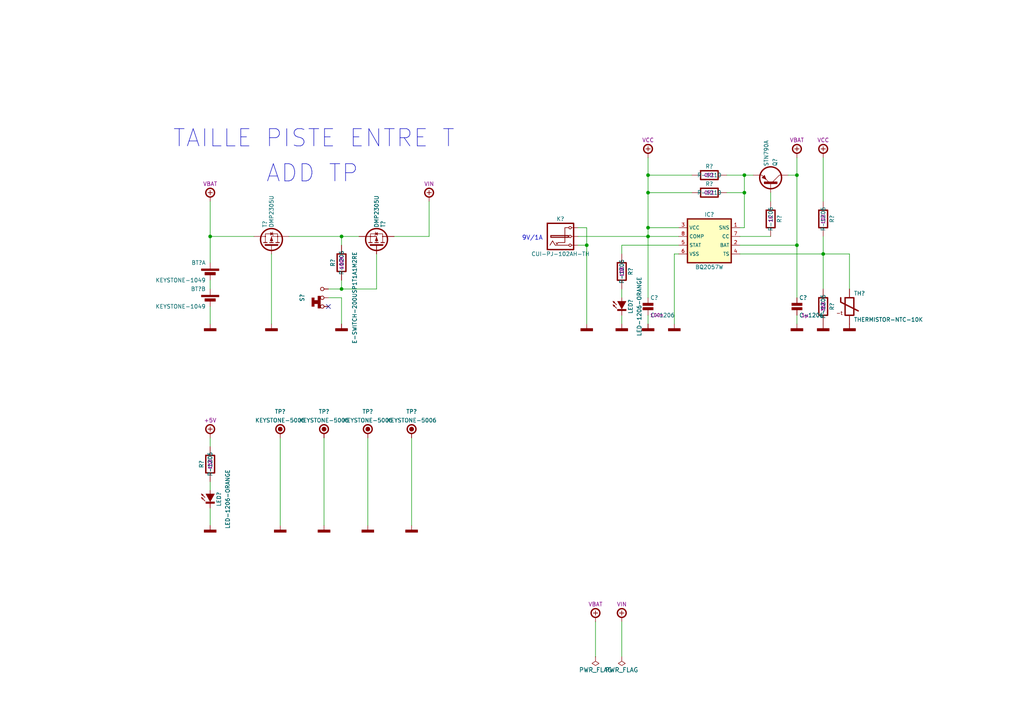
<source format=kicad_sch>
(kicad_sch (version 20211123) (generator eeschema)
  (paper "A4")
  (title_block (title "Power") (date "01/2022") (rev "A") (comment 1 "TCAR Motor Board - L298P"))
  (lib_symbols
    (symbol "power:PWR_FLAG" (power) (pin_numbers hide) (pin_names (offset 0) hide)
      (property "Value" "PWR_FLAG" (at 0 3.81 0))
      (symbol "PWR_FLAG_0_0"
        (pin power_out line (at 0 0 90) (length 0) (name "pwr") (number "1"))
      )
      (symbol "PWR_FLAG_0_1"
        (polyline (pts (xy 0 0) (xy 0 1.27) (xy -1.016 1.905) (xy 0 2.54) (xy 1.016 1.905) (xy 0 1.27)))
      )
    )
    (symbol "tronixio:BQ2057W" (pin_names (offset 0.5))
      (property "Reference" "IC" (at 0 7.62 0))
      (property "Value" "BQ2057W" (at 0 -7.62 0))
      (symbol "BQ2057W_0_1"
        (rectangle (start -6.35 -6.35) (end 6.35 6.35) (stroke (width 0.4)) (fill (type background)))
      )
      (symbol "BQ2057W_1_1"
        (pin input line (at 8.89 3.81 180) (length 2.54) (name "SNS") (number "1"))
        (pin power_out line (at 8.89 -1.27 180) (length 2.54) (name "BAT") (number "2"))
        (pin power_in line (at -8.89 3.81 0) (length 2.54) (name "VCC") (number "3"))
        (pin input line (at 8.89 -3.81 180) (length 2.54) (name "TS") (number "4"))
        (pin open_collector line (at -8.89 -1.27 0) (length 2.54) (name "STAT") (number "5"))
        (pin power_in line (at -8.89 -3.81 0) (length 2.54) (name "VSS") (number "6"))
        (pin output line (at 8.89 1.27 180) (length 2.54) (name "CC") (number "7"))
        (pin input line (at -8.89 1.27 0) (length 2.54) (name "COMP") (number "8"))
      )
    )
    (symbol "tronixio:C-1206" (pin_numbers hide) (pin_names (offset 0) hide)
      (property "Reference" "C" (at 0.635 2.54 0))
      (property "Value" "C-1206" (at 0.635 -2.54 0))
      (symbol "C-1206_0_1"
        (rectangle (start -1.524 -0.254) (end 1.524 -1.016) (stroke (width 0.001)) (fill (type outline)))
        (rectangle (start -1.524 1.016) (end 1.524 0.254) (stroke (width 0.001)) (fill (type outline)))
      )
      (symbol "C-1206_1_1"
        (pin passive line (at 0 2.54 270) (length 1.905) (name "~") (number "1"))
        (pin passive line (at 0 -2.54 90) (length 1.905) (name "~") (number "2"))
      )
    )
    (symbol "tronixio:CUI-PJ-102AH-TH" (pin_numbers hide) (pin_names (offset 0) hide)
      (property "Reference" "K" (at 0 5.08 0))
      (property "Value" "CUI-PJ-102AH-TH" (at 0 -5.08 0))
      (symbol "CUI-PJ-102AH-TH_0_1"
        (rectangle (start -3.81 -3.81) (end 3.81 3.81) (stroke (width 0.4)))
        (rectangle (start -2.794 0.254) (end 2.286 -0.254) (stroke (width 0.3)))
        (polyline (pts (xy -3.048 -2.54) (xy -2.286 -1.27) (xy -1.524 -2.54) (xy 2.286 -2.54)) (stroke (width 0.2)))
        (polyline (pts (xy -1.27 -1.778) (xy -1.016 -2.286) (xy -0.762 -1.778) (xy 1.27 -1.778) (xy 1.27 2.54) (xy 2.286 2.54)) (stroke (width 0.2)))
        (circle (center 2.794 -2.54) (radius 0.3592) (stroke (width 0.2)))
        (circle (center 2.794 0) (radius 0.3592) (stroke (width 0.2)))
        (circle (center 2.794 2.54) (radius 0.3592) (stroke (width 0.2)))
      )
      (symbol "CUI-PJ-102AH-TH_1_1"
        (pin passive line (at 5.08 0 180) (length 1.905) (name "~") (number "1"))
        (pin passive line (at 5.08 -2.54 180) (length 1.905) (name "~") (number "2"))
        (pin passive line (at 5.08 2.54 180) (length 1.905) (name "~") (number "3"))
      )
    )
    (symbol "tronixio:DMP2305U" (pin_numbers hide) (pin_names (offset 0) hide)
      (property "Reference" "T" (at 5.08 1.905 0))
      (property "Value" "DMP2305U" (at 5.08 0 0))
      (symbol "DMP2305U_0_1"
        (rectangle (start -0.127 -1.905) (end 0.254 1.905) (stroke (width 0.001)) (fill (type outline)))
        (polyline (pts (xy 0.762 -1.27) (xy 0.762 -2.286)) (stroke (width 0.254)))
        (polyline (pts (xy 0.762 0) (xy 2.54 0)) (stroke (width 0.15)))
        (polyline (pts (xy 0.762 0.508) (xy 0.762 -0.508)) (stroke (width 0.254)))
        (polyline (pts (xy 0.762 2.286) (xy 0.762 1.27)) (stroke (width 0.254)))
        (polyline (pts (xy 0.762 1.778) (xy 3.302 1.778) (xy 3.302 -1.778) (xy 0.762 -1.778)))
        (polyline (pts (xy 2.286 0) (xy 1.27 0.381) (xy 1.27 -0.381) (xy 2.286 0)) (fill (type outline)))
        (polyline (pts (xy 2.794 -0.508) (xy 2.921 -0.381) (xy 3.683 -0.381) (xy 3.81 -0.254)))
        (polyline (pts (xy 3.302 -0.381) (xy 2.921 0.254) (xy 3.683 0.254) (xy 3.302 -0.381)) (fill (type outline)))
        (circle (center 1.651 0) (radius 3.175) (stroke (width 0.4)))
        (circle (center 2.54 -1.778) (radius 0.127) (stroke (width 0.12)))
        (circle (center 2.54 1.778) (radius 0.127) (stroke (width 0.12)))
      )
      (symbol "DMP2305U_1_1"
        (pin passive line (at 2.54 5.08 270) (length 3.3) (name "D") (number "1"))
        (pin input line (at -2.54 0 0) (length 2.54) (name "G") (number "2"))
        (pin passive line (at 2.54 -5.08 90) (length 5.08) (name "S") (number "3"))
      )
    )
    (symbol "tronixio:E-SWITCH-200USP1T1A1M2RE" (pin_numbers hide) (pin_names (offset 0) hide)
      (property "Reference" "S" (at 0 7.62 0))
      (property "Value" "E-SWITCH-200USP1T1A1M2RE" (at 0 -7.62 0))
      (symbol "E-SWITCH-200USP1T1A1M2RE_0_1"
        (rectangle (start -3.048 3.048) (end 0.508 2.286) (stroke (width 0.001)) (fill (type outline)))
        (circle (center -2.54 1.778) (radius 0.508) (stroke (width 0.2)))
        (rectangle (start -2.54 4.826) (end 0 4.064) (stroke (width 0.001)) (fill (type outline)))
        (rectangle (start -1.778 3.048) (end -0.762 4.064) (stroke (width 0.001)) (fill (type outline)))
        (circle (center 0 1.778) (radius 0.508) (stroke (width 0.2)))
        (circle (center 2.54 1.778) (radius 0.508) (stroke (width 0.2)))
        (pin passive line (at -2.54 0 90) (length 1.27) (name "1") (number "1"))
        (pin passive line (at 0 0 90) (length 1.27) (name "2") (number "2"))
        (pin passive line (at 2.54 0 90) (length 1.27) (name "3") (number "3"))
      )
    )
    (symbol "tronixio:KEYSTONE-1049" (pin_numbers hide) (pin_names (offset 0) hide)
      (property "Reference" "BT" (at -1.27 2.54 0))
      (property "Value" "KEYSTONE-1049" (at -1.27 -2.54 0))
      (symbol "KEYSTONE-1049_0_1"
        (rectangle (start -2.54 0.762) (end 2.54 0.254) (fill (type outline)))
        (rectangle (start -1.524 -0.254) (end 1.524 -1.016) (fill (type outline)))
      )
      (symbol "KEYSTONE-1049_1_1"
        (pin passive line (at 0 -2.54 90) (length 1.905) (name "-") (number "1"))
        (pin passive line (at 0 2.54 270) (length 1.905) (name "+") (number "2"))
      )
      (symbol "KEYSTONE-1049_2_1"
        (pin passive line (at 0 -2.54 90) (length 1.905) (name "-") (number "3"))
        (pin passive line (at 0 2.54 270) (length 1.905) (name "+") (number "4"))
      )
    )
    (symbol "tronixio:KEYSTONE-5006" (pin_numbers hide) (pin_names (offset 0) hide)
      (property "Reference" "TP" (at 0 7.62 0))
      (property "Value" "KEYSTONE-5006" (at 0 5.08 0))
      (symbol "KEYSTONE-5006_0_1"
        (circle (center 0 2.54) (radius 0.635) (stroke (width 0.001)) (fill (type outline)))
        (circle (center 0 2.54) (radius 1.27) (stroke (width 0.4)))
      )
      (symbol "KEYSTONE-5006_1_1"
        (pin passive line (at 0 0 90) (length 1.27) (name "1") (number "1"))
      )
    )
    (symbol "tronixio:LED-1206-ORANGE" (pin_numbers hide) (pin_names (offset 0) hide)
      (property "Reference" "LED" (at 0 -2.54 0))
      (property "Value" "LED-1206-ORANGE" (at 0 -5.08 0))
      (symbol "LED-1206-ORANGE_0_1"
        (rectangle (start -1.27 1.27) (end -0.762 -1.27) (stroke (width 0.001)) (fill (type outline)))
        (polyline (pts (xy 1.524 -1.27) (xy 1.524 1.27) (xy -0.762 0) (xy 1.524 -1.27)) (stroke (width 0.001)) (fill (type outline)))
        (polyline (pts (xy -0.508 1.524) (xy 0.508 2.54) (xy 0.254 2.032) (xy 0 2.286) (xy 0.508 2.54)) (stroke (width 0.2)))
        (polyline (pts (xy 0.508 1.524) (xy 1.524 2.54) (xy 1.27 2.032) (xy 1.016 2.286) (xy 1.524 2.54)) (stroke (width 0.2)))
      )
      (symbol "LED-1206-ORANGE_1_1"
        (pin passive line (at -2.54 0 0) (length 1.27) (name "K") (number "1"))
        (pin passive line (at 2.54 0 180) (length 1.27) (name "A") (number "2"))
      )
    )
    (symbol "tronixio:POWER-+5V" (power) (pin_numbers hide) (pin_names (offset 0) hide)
      (property "Name" "+5V" (at 0 5.08 0))
      (symbol "POWER-+5V_0_1"
        (polyline (pts (xy -0.635 2.54) (xy 0.635 2.54)) (stroke (width 0.2)))
        (polyline (pts (xy 0 1.905) (xy 0 3.175)) (stroke (width 0.2)))
        (circle (center 0 2.54) (radius 1.27) (stroke (width 0.4)))
      )
      (symbol "POWER-+5V_1_1"
        (pin power_in line (at 0 0 90) (length 1.27) (name "+5V") (number "1"))
      )
    )
    (symbol "tronixio:POWER-GND" (power) (pin_numbers hide) (pin_names (offset 0) hide)
      (symbol "POWER-GND_0_1"
        (rectangle (start -1.778 -2.032) (end 1.778 -1.27) (stroke (width 0.001)) (fill (type outline)))
      )
      (symbol "POWER-GND_1_1"
        (pin power_in line (at 0 0 270) (length 1.27) (name "GND") (number "1"))
      )
    )
    (symbol "tronixio:POWER-VBAT" (power) (pin_numbers hide) (pin_names (offset 0) hide)
      (property "Name" "VBAT" (at 0 5.08 0))
      (symbol "POWER-VBAT_0_1"
        (polyline (pts (xy -0.635 2.54) (xy 0.635 2.54)) (stroke (width 0.2)))
        (polyline (pts (xy 0 1.905) (xy 0 3.175)) (stroke (width 0.2)))
        (circle (center 0 2.54) (radius 1.27) (stroke (width 0.4)))
      )
      (symbol "POWER-VBAT_1_1"
        (pin power_in line (at 0 0 90) (length 1.27) (name "VBAT") (number "1"))
      )
    )
    (symbol "tronixio:POWER-VCC" (power) (pin_numbers hide) (pin_names (offset 0) hide)
      (property "Name" "VCC" (at 0 5.08 0))
      (symbol "POWER-VCC_0_1"
        (polyline (pts (xy -0.635 2.54) (xy 0.635 2.54)) (stroke (width 0.2)))
        (polyline (pts (xy 0 1.905) (xy 0 3.175)) (stroke (width 0.2)))
        (circle (center 0 2.54) (radius 1.27) (stroke (width 0.4)))
      )
      (symbol "POWER-VCC_1_1"
        (pin power_in line (at 0 0 90) (length 1.27) (name "VCC") (number "1"))
      )
    )
    (symbol "tronixio:POWER-VIN" (power) (pin_numbers hide) (pin_names (offset 0) hide)
      (property "Name" "VIN" (at 0 5.08 0))
      (symbol "POWER-VIN_0_1"
        (polyline (pts (xy -0.635 2.54) (xy 0.635 2.54)) (stroke (width 0.2)))
        (polyline (pts (xy 0 1.905) (xy 0 3.175)) (stroke (width 0.2)))
        (circle (center 0 2.54) (radius 1.27) (stroke (width 0.4)))
      )
      (symbol "POWER-VIN_1_1"
        (pin power_in line (at 0 0 90) (length 1.27) (name "VIN") (number "1"))
      )
    )
    (symbol "tronixio:R-1206" (pin_numbers hide) (pin_names (offset 0) hide)
      (property "Reference" "R" (at 2.54 0 90))
      (property "Value" "R-1206" (at 0 0 90))
      (symbol "R-1206_0_1"
        (rectangle (start -1.27 -2.54) (end 1.27 2.54) (stroke (width 0.4)))
      )
      (symbol "R-1206_1_1"
        (pin passive line (at 0 5.08 270) (length 2.54) (name "~") (number "1"))
        (pin passive line (at 0 -5.08 90) (length 2.54) (name "~") (number "2"))
      )
    )
    (symbol "tronixio:R-1210" (pin_numbers hide) (pin_names (offset 0) hide)
      (property "Reference" "R" (at 2.54 0 90))
      (property "Value" "R-1210" (at 0 0 90))
      (symbol "R-1210_0_1"
        (rectangle (start -1.27 -2.54) (end 1.27 2.54) (stroke (width 0.4)))
      )
      (symbol "R-1210_1_1"
        (pin passive line (at 0 5.08 270) (length 2.54) (name "~") (number "1"))
        (pin passive line (at 0 -5.08 90) (length 2.54) (name "~") (number "2"))
      )
    )
    (symbol "tronixio:STN790A" (pin_numbers hide) (pin_names (offset 0) hide)
      (property "Reference" "Q" (at 5.08 1.27 0))
      (property "Value" "STN790A" (at 5.08 -1.27 0))
      (symbol "STN790A_0_1"
        (polyline (pts (xy 0.635 0.635) (xy 2.54 2.54)))
        (polyline (pts (xy 0.635 -0.635) (xy 2.54 -2.54) (xy 2.54 -2.54)))
        (polyline (pts (xy 1.27 -1.27) (xy 2.54 -1.778) (xy 1.778 -2.54) (xy 1.27 -1.27)) (stroke (width 0.001)) (fill (type outline)))
        (rectangle (start 0 1.905) (end 0.635 -1.905) (stroke (width 0.1)) (fill (type outline)))
        (circle (center 1.778 0) (radius 3.175) (stroke (width 0.4)))
      )
      (symbol "STN790A_1_1"
        (pin input line (at -2.54 0 0) (length 2.54) (name "B") (number "1"))
        (pin passive line (at 2.54 5.08 270) (length 2.54) (name "C") (number "2"))
        (pin passive line (at 2.54 -5.08 90) (length 2.54) (name "E") (number "3"))
      )
    )
    (symbol "tronixio:THERMISTOR-NTC-10K" (pin_numbers hide) (pin_names (offset 0) hide)
      (property "Reference" "TH" (at 1.27 3.81 0))
      (property "Value" "THERMISTOR-NTC-10K" (at 1.27 -3.81 0))
      (symbol "THERMISTOR-NTC-10K_0_0"
        (text "-t" (at -1.905 -1.905 0) (effects (font (size 1 1)) (justify right)))
      )
      (symbol "THERMISTOR-NTC-10K_0_1"
        (rectangle (start -1.27 -2.54) (end 1.27 2.54) (stroke (width 0.4)))
        (polyline (pts (xy -2.54 2.54) (xy -2.54 1.27) (xy 2.54 -1.27)) (stroke (width 0.4)))
      )
      (symbol "THERMISTOR-NTC-10K_1_1"
        (pin passive line (at 0 5.08 270) (length 2.54) (name "~") (number "1"))
        (pin passive line (at 0 -5.08 90) (length 2.54) (name "~") (number "2"))
      )
    )
  )
  (junction (at 231.14 71.12) (diameter 0.9144))
  (junction (at 187.96 50.8) (diameter 0.9144))
  (junction (at 99.06 68.58) (diameter 0.9144))
  (junction (at 187.96 68.58) (diameter 0.9144))
  (junction (at 238.76 73.66) (diameter 0.9144))
  (junction (at 187.96 66.04) (diameter 0.9144))
  (junction (at 60.96 68.58) (diameter 0.9144))
  (junction (at 215.9 55.88) (diameter 0.9144))
  (junction (at 99.06 83.82) (diameter 0.9144))
  (junction (at 231.14 50.8) (diameter 0.9144))
  (junction (at 170.18 71.12) (diameter 0.9144))
  (junction (at 187.96 55.88) (diameter 0.9144))
  (junction (at 215.9 50.8) (diameter 0.9144))
  (no_connect (at 95.25 88.9))
  (wire (pts (xy 214.63 68.58) (xy 223.52 68.58)))
  (wire (pts (xy 196.85 71.12) (xy 180.34 71.12)))
  (wire (pts (xy 114.3 68.58) (xy 124.46 68.58)))
  (wire (pts (xy 99.06 81.28) (xy 99.06 83.82)))
  (wire (pts (xy 81.28 127) (xy 81.28 152.4)))
  (wire (pts (xy 195.58 73.66) (xy 195.58 93.98)))
  (wire (pts (xy 196.85 66.04) (xy 187.96 66.04)))
  (wire (pts (xy 231.14 71.12) (xy 231.14 86.36)))
  (wire (pts (xy 231.14 91.44) (xy 231.14 93.98)))
  (wire (pts (xy 106.68 127) (xy 106.68 152.4)))
  (wire (pts (xy 167.64 66.04) (xy 170.18 66.04)))
  (wire (pts (xy 214.63 71.12) (xy 231.14 71.12)))
  (wire (pts (xy 124.46 58.42) (xy 124.46 68.58)))
  (wire (pts (xy 187.96 50.8) (xy 187.96 55.88)))
  (wire (pts (xy 180.34 71.12) (xy 180.34 73.66)))
  (wire (pts (xy 60.96 88.9) (xy 60.96 93.98)))
  (wire (pts (xy 60.96 68.58) (xy 73.66 68.58)))
  (wire (pts (xy 78.74 73.66) (xy 78.74 93.98)))
  (wire (pts (xy 196.85 73.66) (xy 195.58 73.66)))
  (wire (pts (xy 170.18 66.04) (xy 170.18 71.12)))
  (wire (pts (xy 170.18 71.12) (xy 170.18 93.98)))
  (wire (pts (xy 187.96 55.88) (xy 187.96 66.04)))
  (wire (pts (xy 60.96 127) (xy 60.96 129.54)))
  (wire (pts (xy 223.52 55.88) (xy 223.52 58.42)))
  (wire (pts (xy 60.96 139.7) (xy 60.96 142.24)))
  (wire (pts (xy 210.82 55.88) (xy 215.9 55.88)))
  (wire (pts (xy 187.96 91.44) (xy 187.96 93.98)))
  (wire (pts (xy 83.82 68.58) (xy 99.06 68.58)))
  (wire (pts (xy 99.06 68.58) (xy 104.14 68.58)))
  (wire (pts (xy 60.96 58.42) (xy 60.96 68.58)))
  (wire (pts (xy 215.9 55.88) (xy 215.9 66.04)))
  (wire (pts (xy 238.76 73.66) (xy 238.76 83.82)))
  (wire (pts (xy 119.38 127) (xy 119.38 152.4)))
  (wire (pts (xy 238.76 73.66) (xy 246.38 73.66)))
  (wire (pts (xy 187.96 68.58) (xy 187.96 86.36)))
  (wire (pts (xy 60.96 147.32) (xy 60.96 152.4)))
  (wire (pts (xy 187.96 66.04) (xy 187.96 68.58)))
  (wire (pts (xy 99.06 68.58) (xy 99.06 71.12)))
  (wire (pts (xy 167.64 71.12) (xy 170.18 71.12)))
  (wire (pts (xy 95.25 83.82) (xy 99.06 83.82)))
  (wire (pts (xy 99.06 83.82) (xy 109.22 83.82)))
  (wire (pts (xy 187.96 68.58) (xy 196.85 68.58)))
  (wire (pts (xy 95.25 86.36) (xy 99.06 86.36)))
  (wire (pts (xy 99.06 86.36) (xy 99.06 93.98)))
  (wire (pts (xy 93.98 127) (xy 93.98 152.4)))
  (wire (pts (xy 187.96 50.8) (xy 200.66 50.8)))
  (wire (pts (xy 228.6 50.8) (xy 231.14 50.8)))
  (wire (pts (xy 60.96 68.58) (xy 60.96 76.2)))
  (wire (pts (xy 215.9 50.8) (xy 218.44 50.8)))
  (wire (pts (xy 180.34 91.44) (xy 180.34 93.98)))
  (wire (pts (xy 180.34 83.82) (xy 180.34 86.36)))
  (wire (pts (xy 231.14 45.72) (xy 231.14 50.8)))
  (wire (pts (xy 238.76 68.58) (xy 238.76 73.66)))
  (wire (pts (xy 60.96 81.28) (xy 60.96 83.82)))
  (wire (pts (xy 187.96 55.88) (xy 200.66 55.88)))
  (wire (pts (xy 167.64 68.58) (xy 187.96 68.58)))
  (wire (pts (xy 172.72 180.34) (xy 172.72 190.5)))
  (wire (pts (xy 214.63 73.66) (xy 238.76 73.66)))
  (wire (pts (xy 214.63 66.04) (xy 215.9 66.04)))
  (wire (pts (xy 187.96 45.72) (xy 187.96 50.8)))
  (wire (pts (xy 231.14 50.8) (xy 231.14 71.12)))
  (wire (pts (xy 246.38 83.82) (xy 246.38 73.66)))
  (wire (pts (xy 109.22 73.66) (xy 109.22 83.82)))
  (wire (pts (xy 238.76 45.72) (xy 238.76 58.42)))
  (wire (pts (xy 215.9 55.88) (xy 215.9 50.8)))
  (wire (pts (xy 180.34 180.34) (xy 180.34 190.5)))
  (wire (pts (xy 210.82 50.8) (xy 215.9 50.8)))
  (text "9V/1A" (at 157.48 69.85 180) (effects (font (size 1.27 1.27)) (justify right bottom)))
  (text "TAILLE PISTE ENTRE T\n" (at 132.08 43.18 180) (effects (font (size 5 5)) (justify right bottom)))
  (text "ADD TP" (at 104.14 53.34 180) (effects (font (size 5 5)) (justify right bottom)))
  (symbol (lib_id "tronixio:POWER-GND") (at 60.96 152.4 0) (unit 1)
    (property "Reference" "#PWR?" (effects hide))
    (property "Value" "POWER-GND" (effects hide))
  )
  (symbol (lib_id "tronixio:STN790A") (at 223.52 53.34 270) (mirror x) (unit 1)
    (property "Reference" "Q?" (at 224.79 48.26 0) (effects (font (size 1.15 1.15)) (justify left)))
    (property "Value" "STN790A" (at 222.25 48.26 0) (effects (font (size 1.15 1.15)) (justify left)))
    (property "Footprint" "tronixio:SOT-223-3" (effects hide))
    (property "Datasheet" "https://www.st.com/content/st_com/en/products/power-transistors/power-bipolar/lt-500v-transistors/stn790a.html" (effects hide))
    (property "MOUSER" "511-STN790A" (effects hide))
  )
  (symbol (lib_id "tronixio:KEYSTONE-5006") (at 93.98 127 0) (unit 1)
    (property "Reference" "TP?" (at 93.98 119.38 0) (effects (font (size 1.15 1.15))))
    (property "Value" "KEYSTONE-5006" (at 93.98 121.92 0) (effects (font (size 1.15 1.15))))
    (property "Footprint" "tronixio:KEYSTONE-5006" (effects hide))
    (property "Datasheet" "https://www.keyelco.com/product.cfm/product_id/1315" (effects hide))
    (property "MOUSER" "534-5006" (effects hide))
  )
  (symbol (lib_id "power:PWR_FLAG") (at 172.72 190.5 180) (unit 1)
    (property "Reference" "#FLG?" (effects hide))
    (property "Value" "PWR_FLAG" (at 172.72 194.31 0))
  )
  (symbol (lib_id "tronixio:C-1206") (at 187.96 88.9 0) (unit 1)
    (property "Reference" "C?" (at 188.595 86.36 0) (effects (font (size 1.15 1.15)) (justify left)))
    (property "Value" "C-1206" (at 188.595 91.44 0) (effects (font (size 1.15 1.15)) (justify left)))
    (property "Footprint" "tronixio:CAPACITOR-1206" (effects hide))
    (property "Name" "100n" (at 190.5 91.44 0) (effects (font (size 1 1))))
  )
  (symbol (lib_id "tronixio:BQ2057W") (at 205.74 69.85 0) (unit 1)
    (property "Reference" "IC?" (at 205.74 62.23 0) (effects (font (size 1.15 1.15))))
    (property "Value" "BQ2057W" (at 205.74 77.47 0) (effects (font (size 1.15 1.15))))
    (property "Footprint" "tronixio:SOIC-08" (effects hide))
    (property "Datasheet" "https://www.ti.com/product/BQ2057W" (effects hide))
    (property "MOUSER" "595-BQ2057WSN" (effects hide))
  )
  (symbol (lib_id "tronixio:R-1210") (at 205.74 50.8 90) (unit 1)
    (property "Reference" "R?" (at 205.74 48.26 90) (effects (font (size 1.15 1.15))))
    (property "Value" "R-1210" (at 205.74 50.8 90) (effects (font (size 1.15 1.15))))
    (property "Footprint" "tronixio:RESISTOR-1210" (effects hide))
    (property "Name" "0R1" (at 205.74 50.8 90) (effects (font (size 1 1))))
  )
  (symbol (lib_id "tronixio:THERMISTOR-NTC-10K") (at 246.38 88.9 0) (unit 1)
    (property "Reference" "TH?" (at 247.65 85.09 0) (effects (font (size 1.15 1.15)) (justify left)))
    (property "Value" "THERMISTOR-NTC-10K" (at 247.65 92.71 0) (effects (font (size 1.15 1.15)) (justify left)))
    (property "Footprint" "tronixio:THERMISTOR" (effects hide))
    (property "Datasheet" "http://www.vishay.com/product?docid=29154" (effects hide))
    (property "MOUSER" "594-NTCLE213E3103FL" (effects hide))
  )
  (symbol (lib_id "tronixio:R-1206") (at 223.52 63.5 0) (unit 1)
    (property "Reference" "R?" (at 226.06 63.5 90) (effects (font (size 1.15 1.15))))
    (property "Value" "R-1206" (at 223.52 63.5 90) (effects (font (size 1.15 1.15))))
    (property "Footprint" "tronixio:RESISTOR-1206" (effects hide))
    (property "Name" "1K" (at 223.52 63.5 90) (effects (font (size 1 1))))
  )
  (symbol (lib_id "tronixio:DMP2305U") (at 78.74 71.12 90) (unit 1)
    (property "Reference" "T?" (at 76.835 66.04 0) (effects (font (size 1.15 1.15)) (justify left)))
    (property "Value" "DMP2305U" (at 78.74 66.04 0) (effects (font (size 1.15 1.15)) (justify left)))
    (property "Footprint" "tronixio:SOT-23-3" (effects hide))
    (property "Datasheet" "https://www.diodes.com/part/view/DMP2305U" (effects hide))
    (property "MOUSER" "621-DMP2305U-7" (effects hide))
  )
  (symbol (lib_id "tronixio:POWER-GND") (at 106.68 152.4 0) (unit 1)
    (property "Reference" "#PWR?" (effects hide))
    (property "Value" "POWER-GND" (effects hide))
  )
  (symbol (lib_id "tronixio:R-1206") (at 99.06 76.2 180) (unit 1)
    (property "Reference" "R?" (at 96.52 76.2 90) (effects (font (size 1.15 1.15))))
    (property "Value" "R-1206" (at 99.06 76.2 90) (effects (font (size 1.15 1.15))))
    (property "Footprint" "tronixio:RESISTOR-1206" (effects hide))
    (property "Name" "100K" (at 99.06 76.2 90) (effects (font (size 1 1))))
  )
  (symbol (lib_id "tronixio:POWER-GND") (at 119.38 152.4 0) (unit 1)
    (property "Reference" "#PWR?" (effects hide))
    (property "Value" "POWER-GND" (effects hide))
  )
  (symbol (lib_id "tronixio:POWER-GND") (at 187.96 93.98 0) (unit 1)
    (property "Reference" "#PWR?" (effects hide))
    (property "Value" "POWER-GND" (effects hide))
  )
  (symbol (lib_id "tronixio:R-1210") (at 205.74 55.88 90) (unit 1)
    (property "Reference" "R?" (at 205.74 53.34 90) (effects (font (size 1.15 1.15))))
    (property "Value" "R-1210" (at 205.74 55.88 90) (effects (font (size 1.15 1.15))))
    (property "Footprint" "tronixio:RESISTOR-1210" (effects hide))
    (property "Name" "0R1" (at 205.74 55.88 90) (effects (font (size 1 1))))
  )
  (symbol (lib_id "tronixio:POWER-VBAT") (at 172.72 180.34 0) (unit 1)
    (property "Reference" "#PWR?" (effects hide))
    (property "Value" "POWER-VBAT" (effects hide))
    (property "Name" "VBAT" (at 172.72 175.26 0) (effects (font (size 1.15 1.15))))
  )
  (symbol (lib_id "power:PWR_FLAG") (at 180.34 190.5 180) (unit 1)
    (property "Reference" "#FLG?" (effects hide))
    (property "Value" "PWR_FLAG" (at 180.34 194.31 0))
  )
  (symbol (lib_id "tronixio:POWER-VCC") (at 238.76 45.72 0) (unit 1)
    (property "Reference" "#PWR?" (effects hide))
    (property "Value" "POWER-VCC" (effects hide))
    (property "Name" "VCC" (at 238.76 40.64 0) (effects (font (size 1.15 1.15))))
  )
  (symbol (lib_id "tronixio:CUI-PJ-102AH-TH") (at 162.56 68.58 0) (unit 1)
    (property "Reference" "K?" (at 162.56 63.5 0) (effects (font (size 1.15 1.15))))
    (property "Value" "CUI-PJ-102AH-TH" (at 162.56 73.66 0) (effects (font (size 1.15 1.15))))
    (property "Footprint" "tronixio:CUI-PJ-102AH" (effects hide))
    (property "Datasheet" "https://www.cuidevices.com/product/interconnect/connectors/dc-power-connectors/jacks/pj-102ah" (effects hide))
    (property "MOUSER" "490-PJ-102AH" (effects hide))
  )
  (symbol (lib_id "tronixio:E-SWITCH-200USP1T1A1M2RE") (at 95.25 86.36 90) (unit 1)
    (property "Reference" "S?" (at 87.63 86.36 0) (effects (font (size 1.15 1.15))))
    (property "Value" "E-SWITCH-200USP1T1A1M2RE" (at 102.87 86.36 0) (effects (font (size 1.15 1.15))))
    (property "Footprint" "tronixio:E-SWITCH-200USPXT1A1M2RE" (effects hide))
    (property "Datasheet" "http://spec_sheets.e-switch.com/specs/T250000.pdf" (effects hide))
    (property "MOUSER" "612-200USP1T1A1M2RE" (effects hide))
  )
  (symbol (lib_id "tronixio:R-1206") (at 238.76 63.5 0) (unit 1)
    (property "Reference" "R?" (at 241.3 63.5 90) (effects (font (size 1.15 1.15))))
    (property "Value" "R-1206" (at 238.76 63.5 90) (effects (font (size 1.15 1.15))))
    (property "Footprint" "tronixio:RESISTOR-1206" (effects hide))
    (property "Name" "10K" (at 238.76 63.5 90) (effects (font (size 1 1))))
  )
  (symbol (lib_id "tronixio:POWER-+5V") (at 60.96 127 0) (unit 1)
    (property "Reference" "#PWR?" (effects hide))
    (property "Value" "POWER-+5V" (effects hide))
    (property "Name" "+5V" (at 60.96 121.92 0) (effects (font (size 1.15 1.15))))
  )
  (symbol (lib_id "tronixio:R-1206") (at 60.96 134.62 180) (unit 1)
    (property "Reference" "R?" (at 58.42 134.62 90) (effects (font (size 1.15 1.15))))
    (property "Value" "R-1206" (at 60.96 134.62 90) (effects (font (size 1.15 1.15))))
    (property "Footprint" "tronixio:RESISTOR-1206" (effects hide))
    (property "Name" "15K" (at 60.96 134.62 90) (effects (font (size 1 1))))
  )
  (symbol (lib_id "tronixio:POWER-GND") (at 170.18 93.98 0) (unit 1)
    (property "Reference" "#PWR?" (effects hide))
    (property "Value" "POWER-GND" (effects hide))
  )
  (symbol (lib_id "tronixio:POWER-GND") (at 99.06 93.98 0) (unit 1)
    (property "Reference" "#PWR?" (effects hide))
    (property "Value" "POWER-GND" (effects hide))
  )
  (symbol (lib_id "tronixio:POWER-VBAT") (at 231.14 45.72 0) (unit 1)
    (property "Reference" "#PWR?" (effects hide))
    (property "Value" "POWER-VBAT" (effects hide))
    (property "Name" "VBAT" (at 231.14 40.64 0) (effects (font (size 1.15 1.15))))
  )
  (symbol (lib_id "tronixio:POWER-VBAT") (at 60.96 58.42 0) (unit 1)
    (property "Reference" "#PWR?" (effects hide))
    (property "Value" "POWER-VBAT" (effects hide))
    (property "Name" "VBAT" (at 60.96 53.34 0) (effects (font (size 1.15 1.15))))
  )
  (symbol (lib_id "tronixio:POWER-GND") (at 195.58 93.98 0) (unit 1)
    (property "Reference" "#PWR?" (effects hide))
    (property "Value" "POWER-GND" (effects hide))
  )
  (symbol (lib_id "tronixio:POWER-VCC") (at 187.96 45.72 0) (unit 1)
    (property "Reference" "#PWR?" (effects hide))
    (property "Value" "POWER-VCC" (effects hide))
    (property "Name" "VCC" (at 187.96 40.64 0) (effects (font (size 1.15 1.15))))
  )
  (symbol (lib_id "tronixio:C-1206") (at 231.14 88.9 0) (unit 1)
    (property "Reference" "C?" (at 231.775 86.36 0) (effects (font (size 1.15 1.15)) (justify left)))
    (property "Value" "C-1206" (at 231.775 91.44 0) (effects (font (size 1.15 1.15)) (justify left)))
    (property "Footprint" "tronixio:CAPACITOR-1206" (effects hide))
    (property "Name" "1µ" (at 232.41 91.44 0) (effects (font (size 1 1)) (justify left)))
  )
  (symbol (lib_id "tronixio:KEYSTONE-1049") (at 60.96 86.36 0) (unit 2)
    (property "Reference" "BT?" (at 59.69 83.82 0) (effects (font (size 1.15 1.15)) (justify right)))
    (property "Value" "KEYSTONE-1049" (at 59.69 88.9 0) (effects (font (size 1.15 1.15)) (justify right)))
    (property "Footprint" "tronixio:KEYSTONE-1049" (effects hide))
    (property "Datasheet" "http://www.keyelco.com/product.cfm/product_id/921" (effects hide))
    (property "MOUSER" "534-1049" (effects hide))
  )
  (symbol (lib_id "tronixio:POWER-GND") (at 246.38 93.98 0) (unit 1)
    (property "Reference" "#PWR?" (effects hide))
    (property "Value" "POWER-GND" (effects hide))
  )
  (symbol (lib_id "tronixio:LED-1206-ORANGE") (at 180.34 88.9 90) (unit 1)
    (property "Reference" "LED?" (at 182.88 88.9 0) (effects (font (size 1.15 1.15))))
    (property "Value" "LED-1206-ORANGE" (at 185.42 88.9 0) (effects (font (size 1.15 1.15))))
    (property "Footprint" "tronixio:LED-1206" (effects hide))
    (property "Datasheet" "http://www.kingbrightusa.com/images/catalog/SPEC/APT3216LSECK-J4-PRV.pdf" (effects hide))
    (property "MOUSER" "604-APT3216LSECKJ4RV" (effects hide))
  )
  (symbol (lib_id "tronixio:POWER-GND") (at 238.76 93.98 0) (unit 1)
    (property "Reference" "#PWR?" (effects hide))
    (property "Value" "POWER-GND" (effects hide))
  )
  (symbol (lib_id "tronixio:KEYSTONE-1049") (at 60.96 78.74 0) (unit 1)
    (property "Reference" "BT?" (at 59.69 76.2 0) (effects (font (size 1.15 1.15)) (justify right)))
    (property "Value" "KEYSTONE-1049" (at 59.69 81.28 0) (effects (font (size 1.15 1.15)) (justify right)))
    (property "Footprint" "tronixio:KEYSTONE-1049" (effects hide))
    (property "Datasheet" "http://www.keyelco.com/product.cfm/product_id/921" (effects hide))
    (property "MOUSER" "534-1049" (effects hide))
  )
  (symbol (lib_id "tronixio:DMP2305U") (at 109.22 71.12 270) (mirror x) (unit 1)
    (property "Reference" "T?" (at 111.125 66.04 0) (effects (font (size 1.15 1.15)) (justify left)))
    (property "Value" "DMP2305U" (at 109.22 66.04 0) (effects (font (size 1.15 1.15)) (justify left)))
    (property "Footprint" "tronixio:SOT-23-3" (effects hide))
    (property "Datasheet" "https://www.diodes.com/part/view/DMP2305U" (effects hide))
    (property "MOUSER" "621-DMP2305U-7" (effects hide))
  )
  (symbol (lib_id "tronixio:LED-1206-ORANGE") (at 60.96 144.78 90) (unit 1)
    (property "Reference" "LED?" (at 63.5 144.78 0) (effects (font (size 1.15 1.15))))
    (property "Value" "LED-1206-ORANGE" (at 66.04 144.78 0) (effects (font (size 1.15 1.15))))
    (property "Footprint" "tronixio:LED-1206" (effects hide))
    (property "Datasheet" "http://www.kingbrightusa.com/images/catalog/SPEC/APT3216LSECK-J4-PRV.pdf" (effects hide))
    (property "MOUSER" "604-APT3216LSECKJ4RV" (effects hide))
  )
  (symbol (lib_id "tronixio:POWER-VIN") (at 124.46 58.42 0) (unit 1)
    (property "Reference" "#PWR?" (effects hide))
    (property "Value" "POWER-VIN" (effects hide))
    (property "Name" "VIN" (at 124.46 53.34 0) (effects (font (size 1.15 1.15))))
  )
  (symbol (lib_id "tronixio:R-1206") (at 238.76 88.9 0) (unit 1)
    (property "Reference" "R?" (at 241.3 88.9 90) (effects (font (size 1.15 1.15))))
    (property "Value" "R-1206" (at 238.76 88.9 90) (effects (font (size 1.15 1.15))))
    (property "Footprint" "tronixio:RESISTOR-1206" (effects hide))
    (property "Name" "36K" (at 238.76 88.9 90) (effects (font (size 1 1))))
  )
  (symbol (lib_id "tronixio:POWER-GND") (at 180.34 93.98 0) (unit 1)
    (property "Reference" "#PWR?" (effects hide))
    (property "Value" "POWER-GND" (effects hide))
  )
  (symbol (lib_id "tronixio:POWER-GND") (at 81.28 152.4 0) (unit 1)
    (property "Reference" "#PWR?" (effects hide))
    (property "Value" "POWER-GND" (effects hide))
  )
  (symbol (lib_id "tronixio:POWER-GND") (at 231.14 93.98 0) (unit 1)
    (property "Reference" "#PWR?" (effects hide))
    (property "Value" "POWER-GND" (effects hide))
  )
  (symbol (lib_id "tronixio:POWER-GND") (at 93.98 152.4 0) (unit 1)
    (property "Reference" "#PWR?" (effects hide))
    (property "Value" "POWER-GND" (effects hide))
  )
  (symbol (lib_id "tronixio:R-1206") (at 180.34 78.74 0) (unit 1)
    (property "Reference" "R?" (at 182.88 78.74 90) (effects (font (size 1.15 1.15))))
    (property "Value" "R-1206" (at 180.34 78.74 90) (effects (font (size 1.15 1.15))))
    (property "Footprint" "tronixio:RESISTOR-1206" (effects hide))
    (property "Name" "10K" (at 180.34 78.74 90) (effects (font (size 1 1))))
  )
  (symbol (lib_id "tronixio:KEYSTONE-5006") (at 81.28 127 0) (unit 1)
    (property "Reference" "TP?" (at 81.28 119.38 0) (effects (font (size 1.15 1.15))))
    (property "Value" "KEYSTONE-5006" (at 81.28 121.92 0) (effects (font (size 1.15 1.15))))
    (property "Footprint" "tronixio:KEYSTONE-5006" (effects hide))
    (property "Datasheet" "https://www.keyelco.com/product.cfm/product_id/1315" (effects hide))
    (property "MOUSER" "534-5006" (effects hide))
  )
  (symbol (lib_id "tronixio:POWER-GND") (at 60.96 93.98 0) (unit 1)
    (property "Reference" "#PWR?" (effects hide))
    (property "Value" "POWER-GND" (effects hide))
  )
  (symbol (lib_id "tronixio:KEYSTONE-5006") (at 106.68 127 0) (unit 1)
    (property "Reference" "TP?" (at 106.68 119.38 0) (effects (font (size 1.15 1.15))))
    (property "Value" "KEYSTONE-5006" (at 106.68 121.92 0) (effects (font (size 1.15 1.15))))
    (property "Footprint" "tronixio:KEYSTONE-5006" (effects hide))
    (property "Datasheet" "https://www.keyelco.com/product.cfm/product_id/1315" (effects hide))
    (property "MOUSER" "534-5006" (effects hide))
  )
  (symbol (lib_id "tronixio:KEYSTONE-5006") (at 119.38 127 0) (unit 1)
    (property "Reference" "TP?" (at 119.38 119.38 0) (effects (font (size 1.15 1.15))))
    (property "Value" "KEYSTONE-5006" (at 119.38 121.92 0) (effects (font (size 1.15 1.15))))
    (property "Footprint" "tronixio:KEYSTONE-5006" (effects hide))
    (property "Datasheet" "https://www.keyelco.com/product.cfm/product_id/1315" (effects hide))
    (property "MOUSER" "534-5006" (effects hide))
  )
  (symbol (lib_id "tronixio:POWER-VIN") (at 180.34 180.34 0) (unit 1)
    (property "Reference" "#PWR?" (effects hide))
    (property "Value" "POWER-VIN" (effects hide))
    (property "Name" "VIN" (at 180.34 175.26 0) (effects (font (size 1.15 1.15))))
  )
  (symbol (lib_id "tronixio:POWER-GND") (at 78.74 93.98 0) (unit 1)
    (property "Reference" "#PWR?" (effects hide))
    (property "Value" "POWER-GND" (effects hide))
  )
)
</source>
